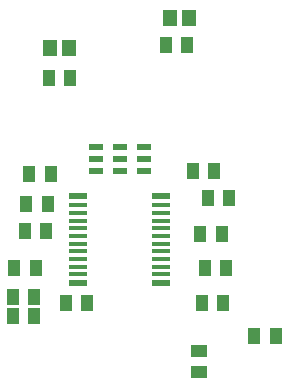
<source format=gbr>
%FSTAX23Y23*%
%MOMM*%
%SFA1B1*%

%IPPOS*%
%ADD11R,1.599997X0.599999*%
%ADD12R,1.599997X0.399999*%
%ADD13R,1.349997X0.999998*%
%ADD14R,0.999998X1.349997*%
%ADD15R,1.304637X1.456197*%
%ADD16R,1.269997X0.634999*%
%LNflightstick_trigger_rightv2_paste_top-1*%
%LPD*%
G54D11*
X-09849Y-33154D03*
Y-40504D03*
X-02849Y-33154D03*
Y-40504D03*
G54D12*
X-09849Y-35854D03*
Y-36504D03*
Y-37154D03*
Y-37804D03*
Y-38454D03*
X-02849Y-39104D03*
Y-38454D03*
Y-37804D03*
Y-37154D03*
Y-36504D03*
X-09849Y-34554D03*
Y-33904D03*
X-02849Y-35204D03*
Y-35854D03*
X-09849Y-39754D03*
Y-39104D03*
Y-35204D03*
X-02849Y-39754D03*
Y-34554D03*
Y-33904D03*
G54D13*
X00381Y-48016D03*
Y-46216D03*
G54D14*
X05068Y-44958D03*
X02434Y-42164D03*
X02677Y-39243D03*
X02296Y-36322D03*
X02931Y-33274D03*
X01661Y-30988D03*
X-02423Y-2032D03*
X01131Y-33274D03*
X00635Y-42164D03*
X-00623Y-2032D03*
X-10529Y-23114D03*
X-12329D03*
X-00137Y-30988D03*
X00496Y-36322D03*
X00877Y-39243D03*
X-13577Y-41656D03*
X-15377D03*
X-1345Y-39243D03*
X-1525D03*
X-12561Y-36068D03*
X-14361D03*
X-12434Y-33782D03*
X-14234D03*
X-1218Y-31242D03*
X-1398D03*
X06868Y-44958D03*
X-09121Y-42164D03*
X-10922D03*
X-13589Y-43307D03*
X-15388D03*
G54D15*
X-02075Y-18034D03*
X-00464D03*
X-12279Y-20574D03*
X-10668D03*
G54D16*
X-08382Y-29972D03*
Y-30988D03*
Y-28956D03*
X-0635Y-29972D03*
Y-30988D03*
Y-28956D03*
X-04318Y-29972D03*
Y-30988D03*
Y-28956D03*
M02*
</source>
